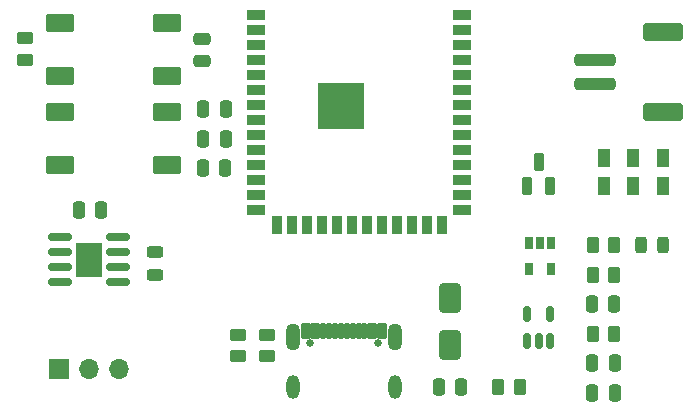
<source format=gbr>
%TF.GenerationSoftware,KiCad,Pcbnew,7.0.10*%
%TF.CreationDate,2025-07-15T10:48:48-04:00*%
%TF.ProjectId,EMGauntlet,454d4761-756e-4746-9c65-742e6b696361,rev?*%
%TF.SameCoordinates,Original*%
%TF.FileFunction,Soldermask,Top*%
%TF.FilePolarity,Negative*%
%FSLAX46Y46*%
G04 Gerber Fmt 4.6, Leading zero omitted, Abs format (unit mm)*
G04 Created by KiCad (PCBNEW 7.0.10) date 2025-07-15 10:48:48*
%MOMM*%
%LPD*%
G01*
G04 APERTURE LIST*
G04 Aperture macros list*
%AMRoundRect*
0 Rectangle with rounded corners*
0 $1 Rounding radius*
0 $2 $3 $4 $5 $6 $7 $8 $9 X,Y pos of 4 corners*
0 Add a 4 corners polygon primitive as box body*
4,1,4,$2,$3,$4,$5,$6,$7,$8,$9,$2,$3,0*
0 Add four circle primitives for the rounded corners*
1,1,$1+$1,$2,$3*
1,1,$1+$1,$4,$5*
1,1,$1+$1,$6,$7*
1,1,$1+$1,$8,$9*
0 Add four rect primitives between the rounded corners*
20,1,$1+$1,$2,$3,$4,$5,0*
20,1,$1+$1,$4,$5,$6,$7,0*
20,1,$1+$1,$6,$7,$8,$9,0*
20,1,$1+$1,$8,$9,$2,$3,0*%
G04 Aperture macros list end*
%ADD10RoundRect,0.102000X-1.050000X-0.700000X1.050000X-0.700000X1.050000X0.700000X-1.050000X0.700000X0*%
%ADD11R,1.000000X1.600000*%
%ADD12RoundRect,0.250000X-0.262500X-0.450000X0.262500X-0.450000X0.262500X0.450000X-0.262500X0.450000X0*%
%ADD13R,1.700000X1.700000*%
%ADD14O,1.700000X1.700000*%
%ADD15RoundRect,0.250000X-0.650000X1.000000X-0.650000X-1.000000X0.650000X-1.000000X0.650000X1.000000X0*%
%ADD16RoundRect,0.250000X-0.250000X-0.475000X0.250000X-0.475000X0.250000X0.475000X-0.250000X0.475000X0*%
%ADD17R,0.650000X1.060000*%
%ADD18RoundRect,0.250000X-0.450000X0.262500X-0.450000X-0.262500X0.450000X-0.262500X0.450000X0.262500X0*%
%ADD19RoundRect,0.150000X-0.825000X-0.150000X0.825000X-0.150000X0.825000X0.150000X-0.825000X0.150000X0*%
%ADD20R,2.290000X3.000000*%
%ADD21R,1.500000X0.900000*%
%ADD22R,0.900000X1.500000*%
%ADD23C,0.600000*%
%ADD24R,3.900000X3.900000*%
%ADD25RoundRect,0.243750X-0.456250X0.243750X-0.456250X-0.243750X0.456250X-0.243750X0.456250X0.243750X0*%
%ADD26RoundRect,0.243750X-0.243750X-0.456250X0.243750X-0.456250X0.243750X0.456250X-0.243750X0.456250X0*%
%ADD27RoundRect,0.250000X1.500000X-0.250000X1.500000X0.250000X-1.500000X0.250000X-1.500000X-0.250000X0*%
%ADD28RoundRect,0.250001X1.449999X-0.499999X1.449999X0.499999X-1.449999X0.499999X-1.449999X-0.499999X0*%
%ADD29RoundRect,0.150000X0.150000X-0.512500X0.150000X0.512500X-0.150000X0.512500X-0.150000X-0.512500X0*%
%ADD30C,0.650000*%
%ADD31RoundRect,0.102000X-0.300000X-0.570000X0.300000X-0.570000X0.300000X0.570000X-0.300000X0.570000X0*%
%ADD32RoundRect,0.102000X-0.150000X-0.570000X0.150000X-0.570000X0.150000X0.570000X-0.150000X0.570000X0*%
%ADD33O,1.254000X2.304000*%
%ADD34O,1.104000X2.004000*%
%ADD35RoundRect,0.250000X0.262500X0.450000X-0.262500X0.450000X-0.262500X-0.450000X0.262500X-0.450000X0*%
%ADD36RoundRect,0.102000X0.279400X-0.660400X0.279400X0.660400X-0.279400X0.660400X-0.279400X-0.660400X0*%
%ADD37RoundRect,0.250000X0.475000X-0.250000X0.475000X0.250000X-0.475000X0.250000X-0.475000X-0.250000X0*%
G04 APERTURE END LIST*
D10*
%TO.C,SW4*%
X135450000Y-97250000D03*
X135450000Y-101750000D03*
X144550000Y-97250000D03*
X144550000Y-101750000D03*
%TD*%
D11*
%TO.C,SW1*%
X181500000Y-101100000D03*
X184000000Y-101100000D03*
X186500000Y-101100000D03*
X181500000Y-103500000D03*
X184000000Y-103500000D03*
X186500000Y-103500000D03*
%TD*%
D12*
%TO.C,R2*%
X180587500Y-111000000D03*
X182412500Y-111000000D03*
%TD*%
D13*
%TO.C,J2*%
X135420000Y-119000000D03*
D14*
X137960000Y-119000000D03*
X140500000Y-119000000D03*
%TD*%
D15*
%TO.C,D3*%
X168500000Y-113000000D03*
X168500000Y-117000000D03*
%TD*%
D16*
%TO.C,C1*%
X137050000Y-105500000D03*
X138950000Y-105500000D03*
%TD*%
D17*
%TO.C,U3*%
X177050000Y-108300000D03*
X176100000Y-108300000D03*
X175150000Y-108300000D03*
X175150000Y-110500000D03*
X177050000Y-110500000D03*
%TD*%
D12*
%TO.C,R3*%
X172587500Y-120500000D03*
X174412500Y-120500000D03*
%TD*%
%TO.C,R4*%
X180587500Y-116000000D03*
X182412500Y-116000000D03*
%TD*%
D10*
%TO.C,SW3*%
X135450000Y-89700000D03*
X135450000Y-94200000D03*
X144550000Y-89700000D03*
X144550000Y-94200000D03*
%TD*%
D16*
%TO.C,C5*%
X180550000Y-121000000D03*
X182450000Y-121000000D03*
%TD*%
%TO.C,C4*%
X180550000Y-118500000D03*
X182450000Y-118500000D03*
%TD*%
%TO.C,C6*%
X147600000Y-99500000D03*
X149500000Y-99500000D03*
%TD*%
%TO.C,C2*%
X180500000Y-113500000D03*
X182400000Y-113500000D03*
%TD*%
D18*
%TO.C,R6*%
X132500000Y-91000000D03*
X132500000Y-92825000D03*
%TD*%
D16*
%TO.C,C3*%
X167550000Y-120500000D03*
X169450000Y-120500000D03*
%TD*%
D19*
%TO.C,U1*%
X135455000Y-107845000D03*
X135455000Y-109115000D03*
X135455000Y-110385000D03*
X135455000Y-111655000D03*
X140405000Y-111655000D03*
X140405000Y-110385000D03*
X140405000Y-109115000D03*
X140405000Y-107845000D03*
D20*
X137930000Y-109750000D03*
%TD*%
D16*
%TO.C,C9*%
X147550000Y-102000000D03*
X149450000Y-102000000D03*
%TD*%
D18*
%TO.C,R7*%
X153000000Y-116087500D03*
X153000000Y-117912500D03*
%TD*%
D21*
%TO.C,U6*%
X152045000Y-89040000D03*
X152045000Y-90310000D03*
X152045000Y-91580000D03*
X152045000Y-92850000D03*
X152045000Y-94120000D03*
X152045000Y-95390000D03*
X152045000Y-96660000D03*
X152045000Y-97930000D03*
X152045000Y-99200000D03*
X152045000Y-100470000D03*
X152045000Y-101740000D03*
X152045000Y-103010000D03*
X152045000Y-104280000D03*
X152045000Y-105550000D03*
D22*
X153810000Y-106800000D03*
X155080000Y-106800000D03*
X156350000Y-106800000D03*
X157620000Y-106800000D03*
X158890000Y-106800000D03*
X160160000Y-106800000D03*
X161430000Y-106800000D03*
X162700000Y-106800000D03*
X163970000Y-106800000D03*
X165240000Y-106800000D03*
X166510000Y-106800000D03*
X167780000Y-106800000D03*
D21*
X169545000Y-105550000D03*
X169545000Y-104280000D03*
X169545000Y-103010000D03*
X169545000Y-101740000D03*
X169545000Y-100470000D03*
X169545000Y-99200000D03*
X169545000Y-97930000D03*
X169545000Y-96660000D03*
X169545000Y-95390000D03*
X169545000Y-94120000D03*
X169545000Y-92850000D03*
X169545000Y-91580000D03*
X169545000Y-90310000D03*
X169545000Y-89040000D03*
D23*
X157895000Y-96060000D03*
X157895000Y-97460000D03*
X158595000Y-95360000D03*
X158595000Y-96760000D03*
X158595000Y-98160000D03*
X159295000Y-96060000D03*
D24*
X159295000Y-96760000D03*
D23*
X159295000Y-97460000D03*
X159995000Y-95360000D03*
X159995000Y-96760000D03*
X159995000Y-98160000D03*
X160695000Y-96060000D03*
X160695000Y-97460000D03*
%TD*%
D25*
%TO.C,D1*%
X143500000Y-109125000D03*
X143500000Y-111000000D03*
%TD*%
D26*
%TO.C,D2*%
X184625000Y-108500000D03*
X186500000Y-108500000D03*
%TD*%
D27*
%TO.C,J1*%
X180750000Y-94850000D03*
X180750000Y-92850000D03*
D28*
X186500000Y-97200000D03*
X186500000Y-90500000D03*
%TD*%
D16*
%TO.C,C7*%
X147600000Y-97000000D03*
X149500000Y-97000000D03*
%TD*%
D29*
%TO.C,U5*%
X175050000Y-116637500D03*
X176000000Y-116637500D03*
X176950000Y-116637500D03*
X176950000Y-114362500D03*
X175050000Y-114362500D03*
%TD*%
D18*
%TO.C,R8*%
X150500000Y-116087500D03*
X150500000Y-117912500D03*
%TD*%
D30*
%TO.C,J3*%
X156610000Y-116820000D03*
X162390000Y-116820000D03*
D31*
X156300000Y-115750000D03*
X157100000Y-115750000D03*
D32*
X158250000Y-115750000D03*
X159250000Y-115750000D03*
X159750000Y-115750000D03*
X160750000Y-115750000D03*
D31*
X162700000Y-115750000D03*
X161900000Y-115750000D03*
D32*
X161250000Y-115750000D03*
X160250000Y-115750000D03*
X158750000Y-115750000D03*
X157750000Y-115750000D03*
D33*
X155180000Y-116320000D03*
X163820000Y-116320000D03*
D34*
X155180000Y-120500000D03*
X163820000Y-120500000D03*
%TD*%
D35*
%TO.C,R1*%
X182412500Y-108500000D03*
X180587500Y-108500000D03*
%TD*%
D36*
%TO.C,U4*%
X175034800Y-103516000D03*
X176965200Y-103516000D03*
X176000000Y-101484000D03*
%TD*%
D37*
%TO.C,C8*%
X147500000Y-92950000D03*
X147500000Y-91050000D03*
%TD*%
M02*

</source>
